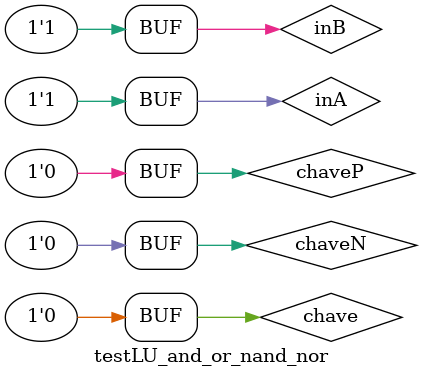
<source format=v>
module and_or (output s1, output s2, input a, input b);
	and(s1,a,b);
	or(s2,a,b);
endmodule

module LU_and_or(output s, input a, input b, input chave);
	wire p,q,s1,s2,c1,c2;
	and_or ao(p,q,a,b);
	not (s1,chave);
	buf (s2,chave);
	and(c1,s1,p);
	and(c2,s2,q);
	or(s,c1,c2);
endmodule

module nand_nor (output s1, output s2, input a, input b);
	nand(s1,a,b);
	nor(s2,a,b);
endmodule

module LU_nand_nor(output s, input a, input b, input chave);
	wire p,q,s1,s2,c1,c2;
	nand_nor n(p,q,a,b);
	not (s1,chave);
	buf (s2,chave);
	and(c1,s1,p);
	and(c2,s2,q);
	or(s,c1,c2);
endmodule

module LU_and_or_nand_nor(output s, input a, input b, input chave, input chaveN, input chaveMain);
	wire n1,n2,p1,p2,s1,s2;
	LU_nand_nor LU_N(n1,a,b,chaveN);
	LU_and_or LU_AO(n2,a,b,chave);
	not(p1,chaveMain);
	buf(p2,chaveMain);
	and(s1,n1,p1);
	and(s2,n2,p2);
	or(s,s1,s2);
endmodule

module testLU_and_or_nand_nor;

reg inA, inB, chave, chaveN, chaveP;
wire out;

LU_and_or_nand_nor LUtest (out, inA, inB, chave, chaveN, chaveP);

initial begin
$display("Exemplo0033 - Átila Martins Silva Júnior - 449014");

$display("Test LU's module\n");
$display("Chaveamentos\nand: 0, nand: 0, nand/nor: 0\n");
chaveP = 0; inA = 0; inB = 0; chaveN = 0; chave = 0;
$monitor("ChavePrincipal: %b  a: %b  b: %b  chaveNandNor: %b chaveAndOr: %b   saida: %b",chaveP,inA,inB,chaveN,chave,out);
#1 chaveP = 1; inA = 0; inB = 0; chaveN = 1; chave = 1;
#1 chaveP = 1; inA = 1; inB = 1; chaveN = 0; chave = 0;
#1 chaveP = 0; inA = 1; inB = 1; chaveN = 0; chave = 0;



end
endmodule 

</source>
